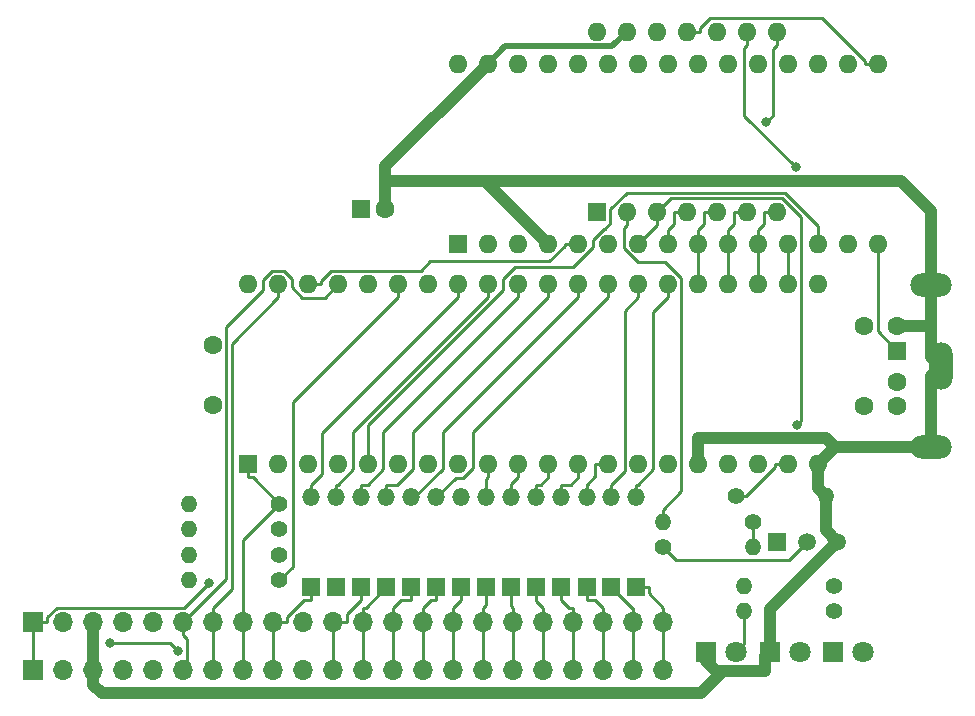
<source format=gbr>
%TF.GenerationSoftware,KiCad,Pcbnew,7.0.11*%
%TF.CreationDate,2024-06-27T03:27:34+01:00*%
%TF.ProjectId,Electron-PS2USB,456c6563-7472-46f6-9e2d-505332555342,rev?*%
%TF.SameCoordinates,Original*%
%TF.FileFunction,Copper,L2,Bot*%
%TF.FilePolarity,Positive*%
%FSLAX46Y46*%
G04 Gerber Fmt 4.6, Leading zero omitted, Abs format (unit mm)*
G04 Created by KiCad (PCBNEW 7.0.11) date 2024-06-27 03:27:34*
%MOMM*%
%LPD*%
G01*
G04 APERTURE LIST*
%TA.AperFunction,ComponentPad*%
%ADD10R,1.500000X1.500000*%
%TD*%
%TA.AperFunction,ComponentPad*%
%ADD11O,1.500000X1.500000*%
%TD*%
%TA.AperFunction,ComponentPad*%
%ADD12C,1.500000*%
%TD*%
%TA.AperFunction,ComponentPad*%
%ADD13R,1.600000X1.600000*%
%TD*%
%TA.AperFunction,ComponentPad*%
%ADD14O,1.600000X1.600000*%
%TD*%
%TA.AperFunction,ComponentPad*%
%ADD15C,1.400000*%
%TD*%
%TA.AperFunction,ComponentPad*%
%ADD16O,1.400000X1.400000*%
%TD*%
%TA.AperFunction,ComponentPad*%
%ADD17R,1.800000X1.800000*%
%TD*%
%TA.AperFunction,ComponentPad*%
%ADD18C,1.800000*%
%TD*%
%TA.AperFunction,ComponentPad*%
%ADD19C,1.600000*%
%TD*%
%TA.AperFunction,ComponentPad*%
%ADD20O,3.500000X2.000000*%
%TD*%
%TA.AperFunction,ComponentPad*%
%ADD21O,2.000000X4.000000*%
%TD*%
%TA.AperFunction,ComponentPad*%
%ADD22R,1.700000X1.700000*%
%TD*%
%TA.AperFunction,ComponentPad*%
%ADD23O,1.700000X1.700000*%
%TD*%
%TA.AperFunction,ViaPad*%
%ADD24C,0.800000*%
%TD*%
%TA.AperFunction,Conductor*%
%ADD25C,1.000000*%
%TD*%
%TA.AperFunction,Conductor*%
%ADD26C,0.500000*%
%TD*%
%TA.AperFunction,Conductor*%
%ADD27C,0.250000*%
%TD*%
G04 APERTURE END LIST*
D10*
%TO.P,D6,1,K*%
%TO.N,/A8*%
X82875000Y-106640000D03*
D11*
%TO.P,D6,2,A*%
%TO.N,COL5*%
X82875000Y-99020000D03*
%TD*%
D10*
%TO.P,Q1,1,C*%
%TO.N,!RST*%
X111745000Y-102775000D03*
D12*
%TO.P,Q1,2,B*%
%TO.N,Net-(Q1-B)*%
X114285000Y-102775000D03*
%TO.P,Q1,3,E*%
%TO.N,GND*%
X116825000Y-102775000D03*
%TD*%
D13*
%TO.P,U2,1,Pin_1*%
%TO.N,unconnected-(U2-Pin_1-Pad1)*%
X84700000Y-77540000D03*
D14*
%TO.P,U2,2,Pin_2*%
%TO.N,unconnected-(U2-Pin_2-Pad2)*%
X87240000Y-77540000D03*
%TO.P,U2,3,Pin_3*%
%TO.N,unconnected-(U2-Pin_3-Pad3)*%
X89780000Y-77540000D03*
%TO.P,U2,4,Pin_4*%
%TO.N,GND*%
X92320000Y-77540000D03*
%TO.P,U2,5,Pin_5*%
%TO.N,DATA*%
X94860000Y-77540000D03*
%TO.P,U2,6,Pin_6*%
%TO.N,PS2-CLK*%
X97400000Y-77540000D03*
%TO.P,U2,7,Pin_7*%
%TO.N,STROBE*%
X99940000Y-77540000D03*
%TO.P,U2,8,Pin_8*%
%TO.N,AY2*%
X102480000Y-77540000D03*
%TO.P,U2,9,Pin_9*%
%TO.N,AY1*%
X105020000Y-77540000D03*
%TO.P,U2,10,Pin_10*%
%TO.N,AY0*%
X107560000Y-77540000D03*
%TO.P,U2,11,Pin_11*%
%TO.N,AX2*%
X110100000Y-77540000D03*
%TO.P,U2,12,Pin_12*%
%TO.N,AX1*%
X112640000Y-77540000D03*
%TO.P,U2,13,Pin_13*%
%TO.N,AX0*%
X115180000Y-77540000D03*
%TO.P,U2,14,Pin_14*%
%TO.N,AX3*%
X117720000Y-77540000D03*
%TO.P,U2,15,Pin_15*%
%TO.N,PS2-DATA*%
X120260000Y-77540000D03*
%TO.P,U2,16,Pin_16*%
%TO.N,RESET*%
X120260000Y-62300000D03*
%TO.P,U2,17,Pin_17*%
%TO.N,unconnected-(U2-Pin_17-Pad17)*%
X117720000Y-62300000D03*
%TO.P,U2,18,Pin_18*%
%TO.N,unconnected-(U2-Pin_18-Pad18)*%
X115180000Y-62300000D03*
%TO.P,U2,19,Pin_19*%
%TO.N,BREAK*%
X112640000Y-62300000D03*
%TO.P,U2,20,Pin_20*%
%TO.N,unconnected-(U2-Pin_20-Pad20)*%
X110100000Y-62300000D03*
%TO.P,U2,21,Pin_21*%
%TO.N,unconnected-(U2-Pin_21-Pad21)*%
X107560000Y-62300000D03*
%TO.P,U2,22,Pin_22*%
%TO.N,unconnected-(U2-Pin_22-Pad22)*%
X105020000Y-62300000D03*
%TO.P,U2,23,Pin_23*%
%TO.N,unconnected-(U2-Pin_23-Pad23)*%
X102480000Y-62300000D03*
%TO.P,U2,24,Pin_24*%
%TO.N,unconnected-(U2-Pin_24-Pad24)*%
X99940000Y-62300000D03*
%TO.P,U2,25,Pin_25*%
%TO.N,unconnected-(U2-Pin_25-Pad25)*%
X97400000Y-62300000D03*
%TO.P,U2,26,Pin_26*%
%TO.N,unconnected-(U2-Pin_26-Pad26)*%
X94860000Y-62300000D03*
%TO.P,U2,27,Pin_27*%
%TO.N,+5V*%
X92320000Y-62300000D03*
%TO.P,U2,28,Pin_28*%
%TO.N,unconnected-(U2-Pin_28-Pad28)*%
X89780000Y-62300000D03*
%TO.P,U2,29,Pin_29*%
%TO.N,GND*%
X87240000Y-62300000D03*
%TO.P,U2,30,Pin_30*%
%TO.N,unconnected-(U2-Pin_30-Pad30)*%
X84700000Y-62300000D03*
%TD*%
D10*
%TO.P,D7,1,K*%
%TO.N,/A7*%
X84975000Y-106640000D03*
D11*
%TO.P,D7,2,A*%
%TO.N,COL6*%
X84975000Y-99020000D03*
%TD*%
D13*
%TO.P,U1,1,Pin_1*%
%TO.N,ROW3*%
X66925000Y-96225000D03*
D14*
%TO.P,U1,2,Pin_2*%
%TO.N,AY2*%
X69465000Y-96225000D03*
%TO.P,U1,3,Pin_3*%
%TO.N,RESET*%
X72005000Y-96225000D03*
%TO.P,U1,4,Pin_4*%
%TO.N,AX3*%
X74545000Y-96225000D03*
%TO.P,U1,5,Pin_5*%
%TO.N,AX0*%
X77085000Y-96225000D03*
%TO.P,U1,6,Pin_6*%
%TO.N,FLOAT*%
X79625000Y-96225000D03*
%TO.P,U1,7,Pin_7*%
X82165000Y-96225000D03*
%TO.P,U1,8,Pin_8*%
%TO.N,COL6*%
X84705000Y-96225000D03*
%TO.P,U1,9,Pin_9*%
%TO.N,COL7*%
X87245000Y-96225000D03*
%TO.P,U1,10,Pin_10*%
%TO.N,COL8*%
X89785000Y-96225000D03*
%TO.P,U1,11,Pin_11*%
%TO.N,COL9*%
X92325000Y-96225000D03*
%TO.P,U1,12,Pin_12*%
%TO.N,COL10*%
X94865000Y-96225000D03*
%TO.P,U1,13,Pin_13*%
%TO.N,COL11*%
X97405000Y-96225000D03*
%TO.P,U1,14,Pin_14*%
%TO.N,unconnected-(U1-Pin_14-Pad14)*%
X99945000Y-96225000D03*
%TO.P,U1,15,Pin_15*%
%TO.N,unconnected-(U1-Pin_15-Pad15)*%
X102485000Y-96225000D03*
%TO.P,U1,16,Pin_16*%
%TO.N,GND*%
X105025000Y-96225000D03*
%TO.P,U1,17,Pin_17*%
%TO.N,unconnected-(U1-Pin_17-Pad17)*%
X107565000Y-96225000D03*
%TO.P,U1,18,Pin_18*%
%TO.N,STROBE*%
X110105000Y-96225000D03*
%TO.P,U1,19,Pin_19*%
%TO.N,FLOAT*%
X112645000Y-96225000D03*
%TO.P,U1,20,Pin_20*%
%TO.N,GND*%
X115185000Y-96225000D03*
%TO.P,U1,21,Pin_21*%
%TO.N,unconnected-(U1-Pin_21-Pad21)*%
X115185000Y-80985000D03*
%TO.P,U1,22,Pin_22*%
%TO.N,AX1*%
X112645000Y-80985000D03*
%TO.P,U1,23,Pin_23*%
%TO.N,AX2*%
X110105000Y-80985000D03*
%TO.P,U1,24,Pin_24*%
%TO.N,AY0*%
X107565000Y-80985000D03*
%TO.P,U1,25,Pin_25*%
%TO.N,AY1*%
X105025000Y-80985000D03*
%TO.P,U1,26,Pin_26*%
%TO.N,COL13*%
X102485000Y-80985000D03*
%TO.P,U1,27,Pin_27*%
%TO.N,COL12*%
X99945000Y-80985000D03*
%TO.P,U1,28,Pin_28*%
%TO.N,COL5*%
X97405000Y-80985000D03*
%TO.P,U1,29,Pin_29*%
%TO.N,COL4*%
X94865000Y-80985000D03*
%TO.P,U1,30,Pin_30*%
%TO.N,COL3*%
X92325000Y-80985000D03*
%TO.P,U1,31,Pin_31*%
%TO.N,COL2*%
X89785000Y-80985000D03*
%TO.P,U1,32,Pin_32*%
%TO.N,COL1*%
X87245000Y-80985000D03*
%TO.P,U1,33,Pin_33*%
%TO.N,COL0*%
X84705000Y-80985000D03*
%TO.P,U1,34,Pin_34*%
%TO.N,unconnected-(U1-Pin_34-Pad34)*%
X82165000Y-80985000D03*
%TO.P,U1,35,Pin_35*%
%TO.N,ROW0*%
X79625000Y-80985000D03*
%TO.P,U1,36,Pin_36*%
%TO.N,+5V*%
X77085000Y-80985000D03*
%TO.P,U1,37,Pin_37*%
%TO.N,ROW1*%
X74545000Y-80985000D03*
%TO.P,U1,38,Pin_38*%
%TO.N,DATA*%
X72005000Y-80985000D03*
%TO.P,U1,39,Pin_39*%
%TO.N,ROW2*%
X69465000Y-80985000D03*
%TO.P,U1,40,Pin_40*%
%TO.N,+5V*%
X66925000Y-80985000D03*
%TD*%
D15*
%TO.P,R18,1*%
%TO.N,+5V*%
X116560000Y-108650000D03*
D16*
%TO.P,R18,2*%
%TO.N,Net-(D15-A)*%
X108940000Y-108650000D03*
%TD*%
D10*
%TO.P,D9,1,K*%
%TO.N,/A5*%
X89225000Y-106640000D03*
D11*
%TO.P,D9,2,A*%
%TO.N,COL8*%
X89225000Y-99020000D03*
%TD*%
D17*
%TO.P,D17,1,K*%
%TO.N,CAPSLOCK*%
X116435000Y-112100000D03*
D18*
%TO.P,D17,2,A*%
%TO.N,Net-(D17-A)*%
X118975000Y-112100000D03*
%TD*%
D10*
%TO.P,D8,1,K*%
%TO.N,/A6*%
X87100000Y-106640000D03*
D11*
%TO.P,D8,2,A*%
%TO.N,COL7*%
X87100000Y-99020000D03*
%TD*%
D15*
%TO.P,R3,1*%
%TO.N,ROW1*%
X69600000Y-103900000D03*
D16*
%TO.P,R3,2*%
%TO.N,+5V*%
X61980000Y-103900000D03*
%TD*%
D15*
%TO.P,R4,1*%
%TO.N,ROW2*%
X69600000Y-101750000D03*
D16*
%TO.P,R4,2*%
%TO.N,+5V*%
X61980000Y-101750000D03*
%TD*%
D13*
%TO.P,J3,1*%
%TO.N,PS2-DATA*%
X121925000Y-86625000D03*
D19*
%TO.P,J3,2*%
%TO.N,unconnected-(J3-Pad2)*%
X121925000Y-89225000D03*
%TO.P,J3,3*%
%TO.N,GND*%
X121925000Y-84525000D03*
%TO.P,J3,4*%
%TO.N,+5V*%
X121925000Y-91325000D03*
%TO.P,J3,5*%
%TO.N,PS2-CLK*%
X119125000Y-84525000D03*
%TO.P,J3,6*%
%TO.N,unconnected-(J3-Pad6)*%
X119125000Y-91325000D03*
D20*
%TO.P,J3,7*%
%TO.N,GND*%
X124775000Y-94775000D03*
D21*
X125575000Y-87925000D03*
D20*
X124775000Y-81075000D03*
%TD*%
D15*
%TO.P,R17,1*%
%TO.N,Net-(Q1-B)*%
X102065000Y-103275000D03*
D16*
%TO.P,R17,2*%
%TO.N,Net-(D16-A)*%
X109685000Y-103275000D03*
%TD*%
D10*
%TO.P,D14,1,K*%
%TO.N,/A4*%
X99800000Y-106640000D03*
D11*
%TO.P,D14,2,A*%
%TO.N,COL13*%
X99800000Y-99020000D03*
%TD*%
D10*
%TO.P,D3,1,K*%
%TO.N,/A11*%
X76525000Y-106640000D03*
D11*
%TO.P,D3,2,A*%
%TO.N,COL2*%
X76525000Y-99020000D03*
%TD*%
D10*
%TO.P,D5,1,K*%
%TO.N,/A9*%
X80750000Y-106640000D03*
D11*
%TO.P,D5,2,A*%
%TO.N,COL4*%
X80750000Y-99020000D03*
%TD*%
D17*
%TO.P,D16,1,K*%
%TO.N,GND*%
X111125000Y-112100000D03*
D18*
%TO.P,D16,2,A*%
%TO.N,Net-(D16-A)*%
X113665000Y-112100000D03*
%TD*%
D10*
%TO.P,D12,1,K*%
%TO.N,/A2*%
X95600000Y-106640000D03*
D11*
%TO.P,D12,2,A*%
%TO.N,COL11*%
X95600000Y-99020000D03*
%TD*%
D22*
%TO.P,CP1,1,Pin_1*%
%TO.N,!RST*%
X48755000Y-113650000D03*
D23*
%TO.P,CP1,2,Pin_2*%
%TO.N,CAPSLOCK*%
X51295000Y-113650000D03*
%TO.P,CP1,3,Pin_3*%
%TO.N,GND*%
X53835000Y-113650000D03*
%TO.P,CP1,4,Pin_4*%
%TO.N,+5V*%
X56375000Y-113650000D03*
%TO.P,CP1,5,Pin_5*%
%TO.N,ROW0*%
X58915000Y-113650000D03*
%TO.P,CP1,6,Pin_6*%
%TO.N,ROW1*%
X61455000Y-113650000D03*
%TO.P,CP1,7,Pin_7*%
%TO.N,ROW2*%
X63995000Y-113650000D03*
%TO.P,CP1,8,Pin_8*%
%TO.N,ROW3*%
X66535000Y-113650000D03*
%TO.P,CP1,9,Pin_9*%
%TO.N,/A13*%
X69075000Y-113650000D03*
%TO.P,CP1,10,Pin_10*%
%TO.N,/A12*%
X71615000Y-113650000D03*
%TO.P,CP1,11,Pin_11*%
%TO.N,/A11*%
X74155000Y-113650000D03*
%TO.P,CP1,12,Pin_12*%
%TO.N,/A10*%
X76695000Y-113650000D03*
%TO.P,CP1,13,Pin_13*%
%TO.N,/A9*%
X79235000Y-113650000D03*
%TO.P,CP1,14,Pin_14*%
%TO.N,/A8*%
X81775000Y-113650000D03*
%TO.P,CP1,15,Pin_15*%
%TO.N,/A7*%
X84315000Y-113650000D03*
%TO.P,CP1,16,Pin_16*%
%TO.N,/A6*%
X86855000Y-113650000D03*
%TO.P,CP1,17,Pin_17*%
%TO.N,/A5*%
X89395000Y-113650000D03*
%TO.P,CP1,18,Pin_18*%
%TO.N,/A0*%
X91935000Y-113650000D03*
%TO.P,CP1,19,Pin_19*%
%TO.N,/A1*%
X94475000Y-113650000D03*
%TO.P,CP1,20,Pin_20*%
%TO.N,/A2*%
X97015000Y-113650000D03*
%TO.P,CP1,21,Pin_21*%
%TO.N,/A3*%
X99555000Y-113650000D03*
%TO.P,CP1,22,Pin_22*%
%TO.N,/A4*%
X102095000Y-113650000D03*
%TD*%
D15*
%TO.P,R16,1*%
%TO.N,Net-(D16-A)*%
X109685000Y-101100000D03*
D16*
%TO.P,R16,2*%
%TO.N,BREAK*%
X102065000Y-101100000D03*
%TD*%
D15*
%TO.P,R5,1*%
%TO.N,ROW3*%
X69600000Y-99600000D03*
D16*
%TO.P,R5,2*%
%TO.N,+5V*%
X61980000Y-99600000D03*
%TD*%
D15*
%TO.P,R2,1*%
%TO.N,ROW0*%
X69600000Y-106050000D03*
D16*
%TO.P,R2,2*%
%TO.N,+5V*%
X61980000Y-106050000D03*
%TD*%
D10*
%TO.P,D4,1,K*%
%TO.N,/A10*%
X78650000Y-106640000D03*
D11*
%TO.P,D4,2,A*%
%TO.N,COL3*%
X78650000Y-99020000D03*
%TD*%
D13*
%TO.P,U7,1,Pin_1*%
%TO.N,DATA*%
X96491000Y-74850000D03*
D14*
%TO.P,U7,2,Pin_2*%
%TO.N,BREAK*%
X99031000Y-74850000D03*
%TO.P,U7,3,Pin_3*%
%TO.N,STROBE*%
X101571000Y-74850000D03*
%TO.P,U7,4,Pin_4*%
%TO.N,AY2*%
X104111000Y-74850000D03*
%TO.P,U7,5,Pin_5*%
%TO.N,AY1*%
X106651000Y-74850000D03*
%TO.P,U7,6,Pin_6*%
%TO.N,AY0*%
X109191000Y-74850000D03*
%TO.P,U7,7,Pin_7*%
%TO.N,AX2*%
X111731000Y-74850000D03*
%TO.P,U7,8,Pin_8*%
%TO.N,AX1*%
X111731000Y-59610000D03*
%TO.P,U7,9,Pin_9*%
%TO.N,AX0*%
X109191000Y-59610000D03*
%TO.P,U7,10,Pin_10*%
%TO.N,AX3*%
X106651000Y-59610000D03*
%TO.P,U7,11,Pin_11*%
%TO.N,RESET*%
X104111000Y-59610000D03*
%TO.P,U7,12,Pin_12*%
%TO.N,unconnected-(U7-Pin_12-Pad12)*%
X101571000Y-59610000D03*
%TO.P,U7,13,Pin_13*%
%TO.N,GND*%
X99031000Y-59610000D03*
%TO.P,U7,14,Pin_14*%
%TO.N,+5V*%
X96491000Y-59610000D03*
%TD*%
D10*
%TO.P,D13,1,K*%
%TO.N,/A3*%
X97700000Y-106640000D03*
D11*
%TO.P,D13,2,A*%
%TO.N,COL12*%
X97700000Y-99020000D03*
%TD*%
D13*
%TO.P,C2,1*%
%TO.N,+5V*%
X76525000Y-74625000D03*
D19*
%TO.P,C2,2*%
%TO.N,GND*%
X78525000Y-74625000D03*
%TD*%
%TO.P,C1,1*%
%TO.N,GND*%
X63975000Y-91175000D03*
%TO.P,C1,2*%
%TO.N,+5V*%
X63975000Y-86175000D03*
%TD*%
D10*
%TO.P,D10,1,K*%
%TO.N,/A0*%
X91350000Y-106640000D03*
D11*
%TO.P,D10,2,A*%
%TO.N,COL9*%
X91350000Y-99020000D03*
%TD*%
D22*
%TO.P,CP2,1,Pin_1*%
%TO.N,!RST*%
X48755000Y-109550000D03*
D23*
%TO.P,CP2,2,Pin_2*%
%TO.N,CAPSLOCK*%
X51295000Y-109550000D03*
%TO.P,CP2,3,Pin_3*%
%TO.N,GND*%
X53835000Y-109550000D03*
%TO.P,CP2,4,Pin_4*%
%TO.N,+5V*%
X56375000Y-109550000D03*
%TO.P,CP2,5,Pin_5*%
%TO.N,ROW0*%
X58915000Y-109550000D03*
%TO.P,CP2,6,Pin_6*%
%TO.N,ROW1*%
X61455000Y-109550000D03*
%TO.P,CP2,7,Pin_7*%
%TO.N,ROW2*%
X63995000Y-109550000D03*
%TO.P,CP2,8,Pin_8*%
%TO.N,ROW3*%
X66535000Y-109550000D03*
%TO.P,CP2,9,Pin_9*%
%TO.N,/A13*%
X69075000Y-109550000D03*
%TO.P,CP2,10,Pin_10*%
%TO.N,/A12*%
X71615000Y-109550000D03*
%TO.P,CP2,11,Pin_11*%
%TO.N,/A11*%
X74155000Y-109550000D03*
%TO.P,CP2,12,Pin_12*%
%TO.N,/A10*%
X76695000Y-109550000D03*
%TO.P,CP2,13,Pin_13*%
%TO.N,/A9*%
X79235000Y-109550000D03*
%TO.P,CP2,14,Pin_14*%
%TO.N,/A8*%
X81775000Y-109550000D03*
%TO.P,CP2,15,Pin_15*%
%TO.N,/A7*%
X84315000Y-109550000D03*
%TO.P,CP2,16,Pin_16*%
%TO.N,/A6*%
X86855000Y-109550000D03*
%TO.P,CP2,17,Pin_17*%
%TO.N,/A5*%
X89395000Y-109550000D03*
%TO.P,CP2,18,Pin_18*%
%TO.N,/A0*%
X91935000Y-109550000D03*
%TO.P,CP2,19,Pin_19*%
%TO.N,/A1*%
X94475000Y-109550000D03*
%TO.P,CP2,20,Pin_20*%
%TO.N,/A2*%
X97015000Y-109550000D03*
%TO.P,CP2,21,Pin_21*%
%TO.N,/A3*%
X99555000Y-109550000D03*
%TO.P,CP2,22,Pin_22*%
%TO.N,/A4*%
X102095000Y-109550000D03*
%TD*%
D17*
%TO.P,D15,1,K*%
%TO.N,GND*%
X105710000Y-112100000D03*
D18*
%TO.P,D15,2,A*%
%TO.N,Net-(D15-A)*%
X108250000Y-112100000D03*
%TD*%
D10*
%TO.P,D11,1,K*%
%TO.N,/A1*%
X93475000Y-106640000D03*
D11*
%TO.P,D11,2,A*%
%TO.N,COL10*%
X93475000Y-99020000D03*
%TD*%
D15*
%TO.P,R19,1*%
%TO.N,+5V*%
X116560000Y-106500000D03*
D16*
%TO.P,R19,2*%
%TO.N,Net-(D17-A)*%
X108940000Y-106500000D03*
%TD*%
D15*
%TO.P,R15,1*%
%TO.N,FLOAT*%
X108215000Y-98900000D03*
D16*
%TO.P,R15,2*%
%TO.N,GND*%
X115835000Y-98900000D03*
%TD*%
D10*
%TO.P,D2,1,K*%
%TO.N,/A12*%
X74400000Y-106640000D03*
D11*
%TO.P,D2,2,A*%
%TO.N,COL1*%
X74400000Y-99020000D03*
%TD*%
D10*
%TO.P,D1,1,K*%
%TO.N,/A13*%
X72275000Y-106640000D03*
D11*
%TO.P,D1,2,A*%
%TO.N,COL0*%
X72275000Y-99020000D03*
%TD*%
D24*
%TO.N,CAPSLOCK*%
X55230000Y-111357500D03*
X61030400Y-112015400D03*
%TO.N,AX0*%
X113297300Y-71104400D03*
%TO.N,STROBE*%
X113447000Y-92883000D03*
%TO.N,AX1*%
X110832900Y-67257900D03*
%TO.N,!RST*%
X63615200Y-106288100D03*
%TD*%
D25*
%TO.N,GND*%
X124775000Y-88725000D02*
X125575000Y-87925000D01*
X87005000Y-72225000D02*
X122250000Y-72225000D01*
X110725000Y-113700000D02*
X110725000Y-112500000D01*
X115835000Y-98900000D02*
X115835000Y-101785000D01*
X105710000Y-112860000D02*
X106550000Y-113700000D01*
X124775000Y-94775000D02*
X124775000Y-88725000D01*
X87005000Y-72225000D02*
X78525000Y-72225000D01*
X92320000Y-77540000D02*
X87005000Y-72225000D01*
X53835000Y-114885000D02*
X54550000Y-115600000D01*
X111125000Y-112100000D02*
X111125000Y-108475000D01*
X124775000Y-94775000D02*
X116635000Y-94775000D01*
X105250000Y-115600000D02*
X107150000Y-113700000D01*
X111125000Y-108475000D02*
X116825000Y-102775000D01*
X105710000Y-112100000D02*
X105710000Y-112860000D01*
X121925000Y-84525000D02*
X124600000Y-84525000D01*
X122250000Y-72225000D02*
X124775000Y-74750000D01*
X107150000Y-113700000D02*
X110725000Y-113700000D01*
X115835000Y-101785000D02*
X116825000Y-102775000D01*
X105025000Y-94000000D02*
X115860000Y-94000000D01*
D26*
X97781000Y-60860000D02*
X88680000Y-60860000D01*
D25*
X78525000Y-72225000D02*
X78525000Y-71015000D01*
X106550000Y-113700000D02*
X107150000Y-113700000D01*
X115860000Y-94000000D02*
X116635000Y-94775000D01*
X124775000Y-81075000D02*
X124775000Y-84700000D01*
X78525000Y-71015000D02*
X87240000Y-62300000D01*
X124775000Y-87125000D02*
X125575000Y-87925000D01*
D26*
X99031000Y-59610000D02*
X97781000Y-60860000D01*
D25*
X53835000Y-113650000D02*
X53835000Y-109550000D01*
X110725000Y-112500000D02*
X111125000Y-112100000D01*
X115185000Y-96225000D02*
X115185000Y-98250000D01*
D26*
X88680000Y-60860000D02*
X87240000Y-62300000D01*
D25*
X105025000Y-96225000D02*
X105025000Y-94000000D01*
X115185000Y-98250000D02*
X115835000Y-98900000D01*
X124775000Y-84700000D02*
X124775000Y-87125000D01*
X124600000Y-84525000D02*
X124775000Y-84700000D01*
X54550000Y-115600000D02*
X105250000Y-115600000D01*
X78525000Y-74625000D02*
X78525000Y-72225000D01*
X124775000Y-74750000D02*
X124775000Y-81075000D01*
X116635000Y-94775000D02*
X115185000Y-96225000D01*
X53835000Y-113650000D02*
X53835000Y-114885000D01*
D27*
%TO.N,CAPSLOCK*%
X55230000Y-111357500D02*
X60372500Y-111357500D01*
X60372500Y-111357500D02*
X61030400Y-112015400D01*
%TO.N,ROW0*%
X70735000Y-91000100D02*
X79625000Y-82110100D01*
X79625000Y-80985000D02*
X79625000Y-82110100D01*
X70735000Y-104915000D02*
X70735000Y-91000100D01*
X69600000Y-106050000D02*
X70735000Y-104915000D01*
%TO.N,ROW1*%
X68195000Y-80601100D02*
X68195000Y-81515000D01*
X61755900Y-113349100D02*
X61755900Y-111026000D01*
X61755900Y-111026000D02*
X61455000Y-110725100D01*
X74545000Y-80985000D02*
X73412800Y-82117200D01*
X68195000Y-81515000D02*
X65100200Y-84609800D01*
X70661100Y-81261300D02*
X70661100Y-80511300D01*
X61455000Y-113650000D02*
X61755900Y-113349100D01*
X61455000Y-109550000D02*
X61455000Y-110725100D01*
X73412800Y-82117200D02*
X71517000Y-82117200D01*
X70661100Y-80511300D02*
X69982400Y-79832600D01*
X68963500Y-79832600D02*
X68195000Y-80601100D01*
X65100200Y-105904800D02*
X61455000Y-109550000D01*
X71517000Y-82117200D02*
X70661100Y-81261300D01*
X69982400Y-79832600D02*
X68963500Y-79832600D01*
X65100200Y-84609800D02*
X65100200Y-105904800D01*
%TO.N,ROW2*%
X63995000Y-109550000D02*
X63995000Y-108374900D01*
X65550400Y-106819500D02*
X65550400Y-86024700D01*
X65550400Y-86024700D02*
X69465000Y-82110100D01*
X69465000Y-80985000D02*
X69465000Y-82110100D01*
X63995000Y-108374900D02*
X65550400Y-106819500D01*
X63995000Y-113650000D02*
X63995000Y-109550000D01*
%TO.N,ROW3*%
X66535000Y-108374900D02*
X66535000Y-102665000D01*
X66535000Y-102665000D02*
X69600000Y-99600000D01*
X66535000Y-109550000D02*
X66535000Y-108374900D01*
X69600000Y-99600000D02*
X67350100Y-97350100D01*
X66925000Y-96225000D02*
X66925000Y-97350100D01*
X67350100Y-97350100D02*
X66925000Y-97350100D01*
X66535000Y-113650000D02*
X66535000Y-109550000D01*
%TO.N,/A13*%
X69075000Y-109550000D02*
X70250100Y-109550000D01*
X69075000Y-113650000D02*
X69075000Y-109550000D01*
X70250100Y-109550000D02*
X70250100Y-109182800D01*
X71717800Y-107715100D02*
X72275000Y-107715100D01*
X72275000Y-106640000D02*
X72275000Y-107715100D01*
X70250100Y-109182800D02*
X71717800Y-107715100D01*
%TO.N,/A11*%
X76525000Y-106640000D02*
X76525000Y-107715100D01*
X74155000Y-109550000D02*
X75330100Y-109550000D01*
X74155000Y-113650000D02*
X74155000Y-109550000D01*
X75330100Y-108910000D02*
X76525000Y-107715100D01*
X75330100Y-109550000D02*
X75330100Y-108910000D01*
%TO.N,COL0*%
X84705000Y-80985000D02*
X84705000Y-82110100D01*
X72275000Y-97944900D02*
X73200200Y-97019700D01*
X72275000Y-99020000D02*
X72275000Y-97944900D01*
X73200200Y-93614900D02*
X84705000Y-82110100D01*
X73200200Y-97019700D02*
X73200200Y-93614900D01*
%TO.N,COL1*%
X74534400Y-97944900D02*
X75815000Y-96664300D01*
X74400000Y-97944900D02*
X74534400Y-97944900D01*
X75815000Y-96664300D02*
X75815000Y-93540100D01*
X87245000Y-80985000D02*
X87245000Y-82110100D01*
X74400000Y-99020000D02*
X74400000Y-97944900D01*
X75815000Y-93540100D02*
X87245000Y-82110100D01*
%TO.N,COL2*%
X76525000Y-97944900D02*
X77062500Y-97944900D01*
X78355000Y-96652400D02*
X78355000Y-93540100D01*
X78355000Y-93540100D02*
X89785000Y-82110100D01*
X77062500Y-97944900D02*
X78355000Y-96652400D01*
X76525000Y-99020000D02*
X76525000Y-97944900D01*
X89785000Y-80985000D02*
X89785000Y-82110100D01*
%TO.N,COL3*%
X80895000Y-93540100D02*
X92325000Y-82110100D01*
X78650000Y-97944900D02*
X79590700Y-97944900D01*
X80895000Y-96640600D02*
X80895000Y-93540100D01*
X92325000Y-80985000D02*
X92325000Y-82110100D01*
X79590700Y-97944900D02*
X80895000Y-96640600D01*
X78650000Y-99020000D02*
X78650000Y-97944900D01*
%TO.N,COL4*%
X80750000Y-99020000D02*
X81024800Y-99020000D01*
X94865000Y-80985000D02*
X94865000Y-82110100D01*
X83435000Y-93540100D02*
X94865000Y-82110100D01*
X81024800Y-99020000D02*
X83435000Y-96609800D01*
X83435000Y-96609800D02*
X83435000Y-93540100D01*
%TO.N,COL5*%
X85975000Y-93540100D02*
X97405000Y-82110100D01*
X82875000Y-99020000D02*
X84516900Y-97378100D01*
X84516900Y-97378100D02*
X85168800Y-97378100D01*
X97405000Y-80985000D02*
X97405000Y-82110100D01*
X85168800Y-97378100D02*
X85975000Y-96571900D01*
X85975000Y-96571900D02*
X85975000Y-93540100D01*
%TO.N,COL7*%
X87245000Y-96225000D02*
X87245000Y-97350100D01*
X87100000Y-97495100D02*
X87245000Y-97350100D01*
X87100000Y-99020000D02*
X87100000Y-97495100D01*
%TO.N,COL8*%
X89225000Y-97910100D02*
X89785000Y-97350100D01*
X89785000Y-96225000D02*
X89785000Y-97350100D01*
X89225000Y-99020000D02*
X89225000Y-97910100D01*
%TO.N,/A10*%
X76915100Y-108374900D02*
X78650000Y-106640000D01*
X76695000Y-109550000D02*
X76695000Y-108374900D01*
X76695000Y-113650000D02*
X76695000Y-109550000D01*
X76695000Y-108374900D02*
X76915100Y-108374900D01*
%TO.N,/A9*%
X80750000Y-106640000D02*
X80750000Y-107715100D01*
X79894800Y-107715100D02*
X80750000Y-107715100D01*
X79235000Y-108374900D02*
X79894800Y-107715100D01*
X79235000Y-113650000D02*
X79235000Y-109550000D01*
X79235000Y-109550000D02*
X79235000Y-108374900D01*
%TO.N,PS2-DATA*%
X121925000Y-86625000D02*
X120260000Y-84960000D01*
X120260000Y-84960000D02*
X120260000Y-77540000D01*
%TO.N,FLOAT*%
X112645000Y-96225000D02*
X111519900Y-96225000D01*
X109078000Y-98900000D02*
X111519900Y-96458100D01*
X108215000Y-98900000D02*
X109078000Y-98900000D01*
X111519900Y-96458100D02*
X111519900Y-96225000D01*
%TO.N,AY2*%
X102480000Y-77540000D02*
X102480000Y-76414900D01*
X102480000Y-76414900D02*
X102985900Y-75909000D01*
X104111000Y-74850000D02*
X102985900Y-74850000D01*
X102985900Y-75909000D02*
X102985900Y-74850000D01*
%TO.N,RESET*%
X105236100Y-59610000D02*
X105236100Y-59328700D01*
X105236100Y-59328700D02*
X106090100Y-58474700D01*
X119134900Y-62066900D02*
X119134900Y-62300000D01*
X115542700Y-58474700D02*
X119134900Y-62066900D01*
X120260000Y-62300000D02*
X119134900Y-62300000D01*
X106090100Y-58474700D02*
X115542700Y-58474700D01*
X104111000Y-59610000D02*
X105236100Y-59610000D01*
%TO.N,AX0*%
X112394100Y-73231100D02*
X99019500Y-73231100D01*
X88515000Y-80583900D02*
X88515000Y-81515000D01*
X88515000Y-81515000D02*
X77085000Y-92945000D01*
X109191000Y-59610000D02*
X109191000Y-60735100D01*
X115180000Y-76017000D02*
X112394100Y-73231100D01*
X97062800Y-76270000D02*
X96130000Y-77202800D01*
X97616200Y-75804000D02*
X97150200Y-76270000D01*
X108920200Y-61005900D02*
X108920200Y-66727300D01*
X97616200Y-74634400D02*
X97616200Y-75804000D01*
X89533600Y-79565300D02*
X88515000Y-80583900D01*
X97150200Y-76270000D02*
X97062800Y-76270000D01*
X99019500Y-73231100D02*
X97616200Y-74634400D01*
X94433300Y-79565300D02*
X89533600Y-79565300D01*
X77085000Y-92945000D02*
X77085000Y-96225000D01*
X115180000Y-77540000D02*
X115180000Y-76414900D01*
X96130000Y-77202800D02*
X96130000Y-77868600D01*
X109191000Y-60735100D02*
X108920200Y-61005900D01*
X115180000Y-76414900D02*
X115180000Y-76017000D01*
X96130000Y-77868600D02*
X94433300Y-79565300D01*
X108920200Y-66727300D02*
X113297300Y-71104400D01*
%TO.N,COL9*%
X91350000Y-97944900D02*
X91730200Y-97944900D01*
X91350000Y-99020000D02*
X91350000Y-97944900D01*
X92325000Y-96225000D02*
X92325000Y-97350100D01*
X91730200Y-97944900D02*
X92325000Y-97350100D01*
%TO.N,/A8*%
X82875000Y-106640000D02*
X82875000Y-107715100D01*
X81775000Y-113650000D02*
X81775000Y-109550000D01*
X82434800Y-107715100D02*
X82875000Y-107715100D01*
X81775000Y-109550000D02*
X81775000Y-108374900D01*
X81775000Y-108374900D02*
X82434800Y-107715100D01*
%TO.N,STROBE*%
X101571000Y-74850000D02*
X102739800Y-73681200D01*
X101571000Y-74850000D02*
X101571000Y-75975100D01*
X113793000Y-75287100D02*
X113793000Y-92537000D01*
X102739800Y-73681200D02*
X112187100Y-73681200D01*
X113793000Y-92537000D02*
X113447000Y-92883000D01*
X112187100Y-73681200D02*
X113793000Y-75287100D01*
X100502600Y-77043500D02*
X101571000Y-75975100D01*
X100502600Y-77540000D02*
X100502600Y-77043500D01*
X99940000Y-77540000D02*
X100502600Y-77540000D01*
%TO.N,AX1*%
X111370000Y-66720800D02*
X111370000Y-61096100D01*
X112645000Y-80985000D02*
X112645000Y-79859900D01*
X110832900Y-67257900D02*
X111370000Y-66720800D01*
X111731000Y-59610000D02*
X111731000Y-60735100D01*
X112645000Y-79859900D02*
X112640000Y-79854900D01*
X112640000Y-79854900D02*
X112640000Y-77540000D01*
X111370000Y-61096100D02*
X111731000Y-60735100D01*
%TO.N,AX2*%
X111731000Y-74850000D02*
X110605900Y-74850000D01*
X110100000Y-79854900D02*
X110100000Y-77540000D01*
X110105000Y-80985000D02*
X110105000Y-79859900D01*
X110100000Y-77540000D02*
X110100000Y-76414900D01*
X110100000Y-76414900D02*
X110605900Y-75909000D01*
X110605900Y-75909000D02*
X110605900Y-74850000D01*
X110105000Y-79859900D02*
X110100000Y-79854900D01*
%TO.N,AY0*%
X107560000Y-76414900D02*
X108065900Y-75909000D01*
X107560000Y-79854900D02*
X107560000Y-77540000D01*
X108065900Y-75909000D02*
X108065900Y-74850000D01*
X107560000Y-77540000D02*
X107560000Y-76414900D01*
X109191000Y-74850000D02*
X108065900Y-74850000D01*
X107565000Y-80985000D02*
X107565000Y-79859900D01*
X107565000Y-79859900D02*
X107560000Y-79854900D01*
%TO.N,AY1*%
X106651000Y-74850000D02*
X105525900Y-74850000D01*
X105025000Y-79859900D02*
X105020000Y-79854900D01*
X105025000Y-80985000D02*
X105025000Y-79859900D01*
X105020000Y-76414900D02*
X105525900Y-75909000D01*
X105020000Y-77540000D02*
X105020000Y-76414900D01*
X105020000Y-79854900D02*
X105020000Y-77540000D01*
X105525900Y-75909000D02*
X105525900Y-74850000D01*
%TO.N,/A7*%
X84974800Y-107715100D02*
X84975000Y-107715100D01*
X84975000Y-106640000D02*
X84975000Y-107715100D01*
X84315000Y-108374900D02*
X84974800Y-107715100D01*
X84315000Y-113650000D02*
X84315000Y-109550000D01*
X84315000Y-109550000D02*
X84315000Y-108374900D01*
%TO.N,DATA*%
X93734900Y-77773100D02*
X93734900Y-77540000D01*
X73130100Y-80985000D02*
X73130100Y-80703600D01*
X73130100Y-80703600D02*
X73973800Y-79859900D01*
X92458700Y-79049300D02*
X93734900Y-77773100D01*
X94860000Y-77540000D02*
X93734900Y-77540000D01*
X81558700Y-79859900D02*
X82369300Y-79049300D01*
X73973800Y-79859900D02*
X81558700Y-79859900D01*
X82369300Y-79049300D02*
X92458700Y-79049300D01*
X72005000Y-80985000D02*
X73130100Y-80985000D01*
%TO.N,/A6*%
X86855000Y-108374900D02*
X87100000Y-108129900D01*
X86855000Y-109550000D02*
X86855000Y-108374900D01*
X87100000Y-108129900D02*
X87100000Y-106640000D01*
X86855000Y-113650000D02*
X86855000Y-109550000D01*
%TO.N,/A5*%
X89225000Y-108204900D02*
X89225000Y-106640000D01*
X89395000Y-113650000D02*
X89395000Y-109550000D01*
X89395000Y-108374900D02*
X89225000Y-108204900D01*
X89395000Y-109550000D02*
X89395000Y-108374900D01*
%TO.N,/A0*%
X91935000Y-109550000D02*
X91935000Y-108374900D01*
X91935000Y-108374900D02*
X91350000Y-107789900D01*
X91935000Y-113650000D02*
X91935000Y-109550000D01*
X91350000Y-107789900D02*
X91350000Y-106640000D01*
%TO.N,/A1*%
X94134800Y-108374900D02*
X93475000Y-107715100D01*
X94475000Y-113650000D02*
X94475000Y-109550000D01*
X94475000Y-108374900D02*
X94134800Y-108374900D01*
X94475000Y-109550000D02*
X94475000Y-108374900D01*
X93475000Y-106640000D02*
X93475000Y-107715100D01*
%TO.N,/A2*%
X97015000Y-109550000D02*
X97015000Y-108374900D01*
X95600000Y-106640000D02*
X95600000Y-107715100D01*
X97015000Y-108374900D02*
X96355200Y-107715100D01*
X97015000Y-113650000D02*
X97015000Y-109550000D01*
X96355200Y-107715100D02*
X95600000Y-107715100D01*
%TO.N,/A3*%
X99555000Y-108374900D02*
X99434900Y-108374900D01*
X99555000Y-109550000D02*
X99555000Y-108374900D01*
X99434900Y-108374900D02*
X97700000Y-106640000D01*
X99555000Y-113650000D02*
X99555000Y-109550000D01*
%TO.N,/A4*%
X102095000Y-108374900D02*
X100875100Y-107155000D01*
X100875100Y-107155000D02*
X100875100Y-106640000D01*
X102095000Y-109550000D02*
X102095000Y-108374900D01*
X99800000Y-106640000D02*
X100875100Y-106640000D01*
X102095000Y-113650000D02*
X102095000Y-109550000D01*
%TO.N,COL10*%
X94865000Y-96225000D02*
X94865000Y-97350100D01*
X93475000Y-97944900D02*
X94270200Y-97944900D01*
X94270200Y-97944900D02*
X94865000Y-97350100D01*
X93475000Y-99020000D02*
X93475000Y-97944900D01*
%TO.N,COL11*%
X95600000Y-99020000D02*
X95600000Y-97944900D01*
X97405000Y-96225000D02*
X96279900Y-96225000D01*
X95600000Y-97944900D02*
X96279900Y-97265000D01*
X96279900Y-97265000D02*
X96279900Y-96225000D01*
%TO.N,COL12*%
X99945000Y-80985000D02*
X99945000Y-82110100D01*
X99945000Y-82110100D02*
X98819900Y-83235200D01*
X98819900Y-83235200D02*
X98819900Y-96825000D01*
X97700000Y-99020000D02*
X97700000Y-97944900D01*
X98819900Y-96825000D02*
X97700000Y-97944900D01*
%TO.N,COL13*%
X102485000Y-80985000D02*
X102485000Y-82110100D01*
X99800000Y-99020000D02*
X99800000Y-97944900D01*
X101215000Y-96664300D02*
X101215000Y-83380100D01*
X99934400Y-97944900D02*
X101215000Y-96664300D01*
X99800000Y-97944900D02*
X99934400Y-97944900D01*
X101215000Y-83380100D02*
X102485000Y-82110100D01*
%TO.N,Net-(D15-A)*%
X108250000Y-112100000D02*
X108940000Y-111410000D01*
X108940000Y-111410000D02*
X108940000Y-108650000D01*
%TO.N,Net-(D16-A)*%
X109685000Y-101100000D02*
X109685000Y-103275000D01*
%TO.N,!RST*%
X49930100Y-109182700D02*
X49930100Y-109550000D01*
X61528400Y-108374900D02*
X50737900Y-108374900D01*
X48755000Y-113650000D02*
X48755000Y-109550000D01*
X48755000Y-109550000D02*
X49930100Y-109550000D01*
X63615200Y-106288100D02*
X61528400Y-108374900D01*
X50737900Y-108374900D02*
X49930100Y-109182700D01*
%TO.N,Net-(Q1-B)*%
X112718600Y-104341400D02*
X114285000Y-102775000D01*
X103131400Y-104341400D02*
X112718600Y-104341400D01*
X102065000Y-103275000D02*
X103131400Y-104341400D01*
%TO.N,BREAK*%
X99919900Y-79120200D02*
X98760200Y-77960500D01*
X98760200Y-77960500D02*
X98760200Y-76245900D01*
X102065000Y-100074900D02*
X103615500Y-98524400D01*
X99031000Y-74850000D02*
X99031000Y-75975100D01*
X103615500Y-80491900D02*
X102243800Y-79120200D01*
X98760200Y-76245900D02*
X99031000Y-75975100D01*
X102065000Y-101100000D02*
X102065000Y-100074900D01*
X102243800Y-79120200D02*
X99919900Y-79120200D01*
X103615500Y-98524400D02*
X103615500Y-80491900D01*
%TD*%
M02*

</source>
